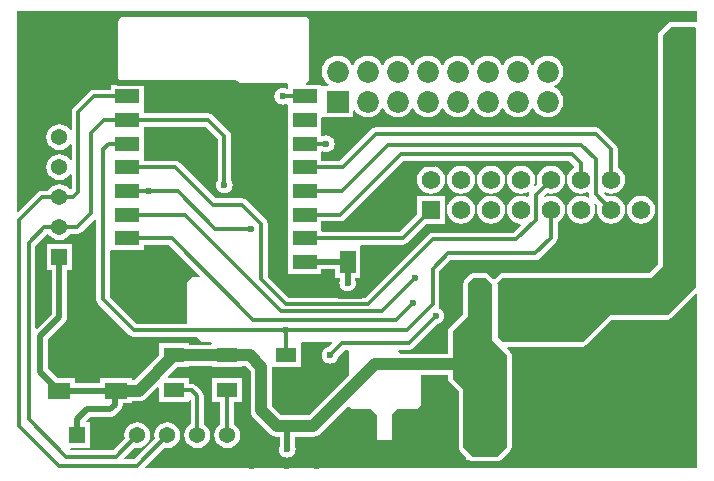
<source format=gbl>
G04*
G04 #@! TF.GenerationSoftware,Altium Limited,Altium Designer,20.1.12 (249)*
G04*
G04 Layer_Physical_Order=2*
G04 Layer_Color=16711680*
%FSLAX44Y44*%
%MOMM*%
G71*
G04*
G04 #@! TF.SameCoordinates,2C1882C9-CBDB-4859-8E7C-5A4850A28F2A*
G04*
G04*
G04 #@! TF.FilePolarity,Positive*
G04*
G01*
G75*
%ADD19R,1.3700X1.9100*%
%ADD20R,1.9100X1.3700*%
%ADD21R,1.7700X1.2300*%
%ADD51C,0.6000*%
%ADD52C,0.5000*%
%ADD53C,0.3000*%
%ADD54C,1.0000*%
%ADD55R,1.5700X1.5700*%
%ADD56C,1.5700*%
%ADD57C,1.3700*%
%ADD58R,1.3700X1.3700*%
%ADD59R,1.3700X1.3700*%
%ADD60O,2.2500X4.5000*%
%ADD61O,4.5000X2.2500*%
%ADD62O,5.0000X2.5000*%
%ADD63R,1.9500X1.9500*%
%ADD64C,1.9500*%
%ADD65C,1.8500*%
%ADD66R,1.8500X1.8500*%
%ADD67R,2.0000X1.2000*%
%ADD68R,3.2500X2.1500*%
%ADD69R,0.9500X2.1500*%
G36*
X589879Y400879D02*
Y392966D01*
X589785Y392779D01*
X588609Y391957D01*
X588000Y392078D01*
X588000Y392078D01*
X568000D01*
X568000Y392078D01*
X566439Y391768D01*
X565116Y390884D01*
X565116Y390884D01*
X558116Y383884D01*
X557232Y382561D01*
X556922Y381000D01*
X556922Y381000D01*
Y186689D01*
X554666Y184434D01*
X554590Y184320D01*
X554476Y184244D01*
X554476Y184244D01*
X549311Y179078D01*
X425000D01*
X425000Y179078D01*
X423439Y178768D01*
X422116Y177884D01*
X418898Y174666D01*
X417115Y174653D01*
X413884Y177884D01*
X412561Y178768D01*
X411000Y179078D01*
X411000Y179078D01*
X400000D01*
X399777Y179034D01*
X399550Y179053D01*
X399002Y178880D01*
X398439Y178768D01*
X398250Y178641D01*
X398033Y178573D01*
X397594Y178203D01*
X397116Y177884D01*
X396990Y177694D01*
X396815Y177548D01*
X392815Y172548D01*
X392551Y172038D01*
X392232Y171561D01*
X392188Y171337D01*
X392083Y171135D01*
X392034Y170563D01*
X391922Y170000D01*
Y144689D01*
X380116Y132884D01*
X380116Y132884D01*
X379232Y131561D01*
X378922Y130000D01*
X378922Y130000D01*
Y111078D01*
X338922D01*
X336781Y113219D01*
X337267Y114392D01*
X346000D01*
X348146Y114819D01*
X349965Y116035D01*
X370002Y136072D01*
X370827Y136180D01*
X372530Y136885D01*
X373992Y138007D01*
X375115Y139470D01*
X375820Y141173D01*
X376060Y143000D01*
X375820Y144827D01*
X375115Y146530D01*
X373992Y147992D01*
X372530Y149115D01*
X371759Y149434D01*
X371181Y150854D01*
X371608Y153000D01*
Y180677D01*
X381323Y190392D01*
X453000Y190392D01*
X455146Y190819D01*
X456965Y192035D01*
X470165Y205235D01*
X471381Y207054D01*
X471808Y209200D01*
Y222496D01*
X472176Y222649D01*
X474651Y224548D01*
X476551Y227024D01*
X477745Y229907D01*
X478152Y233000D01*
X477745Y236094D01*
X476551Y238976D01*
X474651Y241451D01*
X472176Y243351D01*
X469294Y244545D01*
X466200Y244952D01*
X463106Y244545D01*
X461340Y243813D01*
X460620Y244890D01*
X462738Y247008D01*
X463106Y246855D01*
X466200Y246448D01*
X469294Y246855D01*
X472176Y248049D01*
X474651Y249949D01*
X476551Y252424D01*
X477745Y255306D01*
X478152Y258400D01*
X477745Y261493D01*
X476551Y264376D01*
X474651Y266852D01*
X472176Y268751D01*
X469294Y269945D01*
X466200Y270352D01*
X463106Y269945D01*
X460224Y268751D01*
X457748Y266852D01*
X455849Y264376D01*
X454655Y261493D01*
X454248Y258400D01*
X454655Y255306D01*
X454808Y254938D01*
X452690Y252820D01*
X451613Y253540D01*
X452345Y255306D01*
X452752Y258400D01*
X452345Y261493D01*
X451151Y264376D01*
X449252Y266852D01*
X446776Y268751D01*
X443894Y269945D01*
X440800Y270352D01*
X437706Y269945D01*
X434824Y268751D01*
X432349Y266852D01*
X430449Y264376D01*
X429255Y261493D01*
X428848Y258400D01*
X429255Y255306D01*
X430449Y252424D01*
X432349Y249949D01*
X434824Y248049D01*
X437706Y246855D01*
X440800Y246448D01*
X443894Y246855D01*
X446776Y248049D01*
X446937Y248173D01*
X447596Y247779D01*
X447974Y247367D01*
X447580Y245387D01*
Y244207D01*
X446310Y243544D01*
X443894Y244545D01*
X440800Y244952D01*
X437706Y244545D01*
X434824Y243351D01*
X432349Y241451D01*
X430449Y238976D01*
X429255Y236094D01*
X428848Y233000D01*
X429255Y229907D01*
X430449Y227024D01*
X432349Y224548D01*
X434824Y222649D01*
X437706Y221455D01*
X440377Y221103D01*
X440940Y219870D01*
X434677Y213608D01*
X366000D01*
X363854Y213181D01*
X362035Y211965D01*
X308677Y158608D01*
X244323D01*
X226608Y176323D01*
Y221000D01*
X226181Y223146D01*
X224965Y224965D01*
X208965Y240965D01*
X207146Y242181D01*
X205000Y242608D01*
X182323D01*
X152035Y272895D01*
X150216Y274111D01*
X148070Y274538D01*
X121650D01*
Y277660D01*
X121650Y278930D01*
X121650D01*
Y278930D01*
X121650D01*
Y297660D01*
X121650Y298930D01*
X121650D01*
Y298930D01*
X121650D01*
Y303322D01*
X173747D01*
X184092Y292977D01*
Y258191D01*
X183585Y257530D01*
X182880Y255827D01*
X182640Y254000D01*
X182880Y252173D01*
X183585Y250470D01*
X184708Y249008D01*
X186170Y247885D01*
X187873Y247180D01*
X189700Y246940D01*
X191527Y247180D01*
X193230Y247885D01*
X194692Y249008D01*
X195814Y250470D01*
X196520Y252173D01*
X196760Y254000D01*
X196520Y255827D01*
X195814Y257530D01*
X195308Y258191D01*
Y295300D01*
X194881Y297446D01*
X193665Y299265D01*
X180035Y312895D01*
X178216Y314111D01*
X176070Y314538D01*
X121650D01*
Y317660D01*
X121650Y318930D01*
X121650D01*
Y318930D01*
X121650D01*
Y338677D01*
X121650Y338930D01*
X122260Y339947D01*
X243040D01*
X243650Y338930D01*
X243650Y338677D01*
Y335840D01*
X243118Y335437D01*
X242380Y335136D01*
X240897Y335750D01*
X239070Y335990D01*
X237243Y335750D01*
X235540Y335045D01*
X234078Y333922D01*
X232956Y332460D01*
X232250Y330757D01*
X232010Y328930D01*
X232250Y327103D01*
X232956Y325400D01*
X234078Y323938D01*
X235540Y322816D01*
X237243Y322110D01*
X239070Y321870D01*
X240897Y322110D01*
X242380Y322724D01*
X243118Y322423D01*
X243650Y322020D01*
X243650Y318930D01*
X243650Y317660D01*
Y300200D01*
X243650Y298930D01*
X243650Y297660D01*
Y280200D01*
X243650Y278930D01*
X243650Y277660D01*
Y260200D01*
X243650Y258930D01*
X243650D01*
Y258930D01*
X243650D01*
Y240200D01*
X243650Y238930D01*
X243650D01*
Y238930D01*
X243650D01*
Y220200D01*
X243650Y218930D01*
X243650Y217660D01*
Y200200D01*
X243650Y198930D01*
X243650Y197660D01*
Y178930D01*
X271650D01*
Y182444D01*
X283150D01*
Y175450D01*
X287444D01*
Y173464D01*
X287180Y172827D01*
X286940Y171000D01*
X287180Y169173D01*
X287885Y167470D01*
X289008Y166007D01*
X290470Y164886D01*
X292173Y164180D01*
X294000Y163940D01*
X295827Y164180D01*
X297530Y164886D01*
X298992Y166007D01*
X300114Y167470D01*
X300820Y169173D01*
X301060Y171000D01*
X300820Y172827D01*
X300556Y173464D01*
Y175450D01*
X304850D01*
Y202052D01*
X304850Y202550D01*
X305800Y203322D01*
X340530D01*
X342676Y203749D01*
X344495Y204965D01*
X360681Y221150D01*
X376450D01*
Y244850D01*
X352750D01*
Y229081D01*
X338207Y214538D01*
X272548D01*
X271650Y215436D01*
X271650Y218930D01*
X271650Y220200D01*
Y223322D01*
X287930D01*
X290076Y223749D01*
X291895Y224965D01*
X341323Y274392D01*
X481677D01*
X485992Y270077D01*
Y268904D01*
X485624Y268751D01*
X483148Y266852D01*
X481249Y264376D01*
X480055Y261493D01*
X479648Y258400D01*
X480055Y255306D01*
X481249Y252424D01*
X483148Y249949D01*
X485624Y248049D01*
X488507Y246855D01*
X491600Y246448D01*
X494693Y246855D01*
X497122Y247861D01*
X498392Y247206D01*
Y246000D01*
X498785Y244024D01*
X498398Y243603D01*
X497749Y243218D01*
X497576Y243351D01*
X494693Y244545D01*
X491600Y244952D01*
X488507Y244545D01*
X485624Y243351D01*
X483148Y241451D01*
X481249Y238976D01*
X480055Y236094D01*
X479648Y233000D01*
X480055Y229907D01*
X481249Y227024D01*
X483148Y224548D01*
X485624Y222649D01*
X488507Y221455D01*
X491600Y221048D01*
X494693Y221455D01*
X497576Y222649D01*
X500051Y224548D01*
X501951Y227024D01*
X503145Y229907D01*
X503552Y233000D01*
X503145Y236094D01*
X502413Y237860D01*
X503490Y238580D01*
X505608Y236462D01*
X505455Y236094D01*
X505048Y233000D01*
X505455Y229907D01*
X506649Y227024D01*
X508549Y224548D01*
X511024Y222649D01*
X513907Y221455D01*
X517000Y221048D01*
X520093Y221455D01*
X522976Y222649D01*
X525452Y224548D01*
X527351Y227024D01*
X528545Y229907D01*
X528952Y233000D01*
X528545Y236094D01*
X527351Y238976D01*
X525452Y241451D01*
X522976Y243351D01*
X520093Y244545D01*
X517000Y244952D01*
X513907Y244545D01*
X513538Y244392D01*
X511420Y246510D01*
X512140Y247587D01*
X513907Y246855D01*
X517000Y246448D01*
X520093Y246855D01*
X522976Y248049D01*
X525452Y249949D01*
X527351Y252424D01*
X528545Y255306D01*
X528952Y258400D01*
X528545Y261493D01*
X527351Y264376D01*
X525452Y266852D01*
X522976Y268751D01*
X522608Y268904D01*
Y284000D01*
X522181Y286146D01*
X520965Y287965D01*
X507965Y300965D01*
X506146Y302181D01*
X504000Y302608D01*
X318000D01*
X315854Y302181D01*
X314035Y300965D01*
X287607Y274538D01*
X272548D01*
X271650Y275436D01*
X271650Y278930D01*
X271650Y280200D01*
Y281844D01*
X271847Y282077D01*
X272920Y282629D01*
X274173Y282110D01*
X276000Y281870D01*
X277827Y282110D01*
X279530Y282815D01*
X280993Y283937D01*
X282115Y285400D01*
X282820Y287103D01*
X283060Y288930D01*
X282820Y290757D01*
X282115Y292460D01*
X280993Y293922D01*
X279530Y295044D01*
X277827Y295750D01*
X276000Y295990D01*
X274173Y295750D01*
X272920Y295231D01*
X271847Y295783D01*
X271650Y296016D01*
X271650Y298930D01*
X271650Y300200D01*
Y310370D01*
X272350Y311350D01*
X272920Y311350D01*
X298850D01*
Y316583D01*
X300120Y317014D01*
X301550Y315150D01*
X304318Y313026D01*
X307541Y311691D01*
X311000Y311236D01*
X314459Y311691D01*
X317682Y313026D01*
X320450Y315150D01*
X322574Y317918D01*
X323065Y319104D01*
X324335D01*
X324826Y317918D01*
X326950Y315150D01*
X329718Y313026D01*
X332941Y311691D01*
X336400Y311236D01*
X339859Y311691D01*
X343082Y313026D01*
X345850Y315150D01*
X347974Y317918D01*
X348465Y319104D01*
X349735D01*
X350226Y317918D01*
X352350Y315150D01*
X355118Y313026D01*
X358341Y311691D01*
X361800Y311236D01*
X365259Y311691D01*
X368482Y313026D01*
X371250Y315150D01*
X373374Y317918D01*
X373865Y319104D01*
X375135D01*
X375626Y317918D01*
X377750Y315150D01*
X380518Y313026D01*
X383741Y311691D01*
X387200Y311236D01*
X390659Y311691D01*
X393882Y313026D01*
X396650Y315150D01*
X398774Y317918D01*
X399265Y319104D01*
X400535D01*
X401026Y317918D01*
X403150Y315150D01*
X405918Y313026D01*
X409141Y311691D01*
X412600Y311236D01*
X416059Y311691D01*
X419282Y313026D01*
X422050Y315150D01*
X424174Y317918D01*
X424665Y319104D01*
X425935D01*
X426426Y317918D01*
X428550Y315150D01*
X431318Y313026D01*
X434541Y311691D01*
X438000Y311236D01*
X441459Y311691D01*
X444682Y313026D01*
X447450Y315150D01*
X449574Y317918D01*
X450065Y319104D01*
X451335D01*
X451826Y317918D01*
X453950Y315150D01*
X456718Y313026D01*
X459941Y311691D01*
X463400Y311236D01*
X466859Y311691D01*
X470082Y313026D01*
X472850Y315150D01*
X474974Y317918D01*
X476309Y321141D01*
X476764Y324600D01*
X476309Y328059D01*
X474974Y331282D01*
X472850Y334050D01*
X470082Y336174D01*
X468896Y336665D01*
Y337935D01*
X470082Y338426D01*
X472850Y340550D01*
X474974Y343318D01*
X476309Y346541D01*
X476764Y350000D01*
X476309Y353459D01*
X474974Y356682D01*
X472850Y359450D01*
X470082Y361574D01*
X466859Y362909D01*
X463400Y363364D01*
X459941Y362909D01*
X456718Y361574D01*
X453950Y359450D01*
X451826Y356682D01*
X451335Y355496D01*
X450065D01*
X449574Y356682D01*
X447450Y359450D01*
X444682Y361574D01*
X441459Y362909D01*
X438000Y363364D01*
X434541Y362909D01*
X431318Y361574D01*
X428550Y359450D01*
X426426Y356682D01*
X425935Y355496D01*
X424665D01*
X424174Y356682D01*
X422050Y359450D01*
X419282Y361574D01*
X416059Y362909D01*
X412600Y363364D01*
X409141Y362909D01*
X405918Y361574D01*
X403150Y359450D01*
X401026Y356682D01*
X400535Y355496D01*
X399265D01*
X398774Y356682D01*
X396650Y359450D01*
X393882Y361574D01*
X390659Y362909D01*
X387200Y363364D01*
X383741Y362909D01*
X380518Y361574D01*
X377750Y359450D01*
X375626Y356682D01*
X375135Y355496D01*
X373865D01*
X373374Y356682D01*
X371250Y359450D01*
X368482Y361574D01*
X365259Y362909D01*
X361800Y363364D01*
X358341Y362909D01*
X355118Y361574D01*
X352350Y359450D01*
X350226Y356682D01*
X349735Y355496D01*
X348465D01*
X347974Y356682D01*
X345850Y359450D01*
X343082Y361574D01*
X339859Y362909D01*
X336400Y363364D01*
X332941Y362909D01*
X329718Y361574D01*
X326950Y359450D01*
X324826Y356682D01*
X324335Y355496D01*
X323065D01*
X322574Y356682D01*
X320450Y359450D01*
X317682Y361574D01*
X314459Y362909D01*
X311000Y363364D01*
X307541Y362909D01*
X304318Y361574D01*
X301550Y359450D01*
X299426Y356682D01*
X298935Y355496D01*
X297665D01*
X297174Y356682D01*
X295050Y359450D01*
X292282Y361574D01*
X289059Y362909D01*
X285600Y363364D01*
X282141Y362909D01*
X278918Y361574D01*
X276150Y359450D01*
X274026Y356682D01*
X272691Y353459D01*
X272236Y350000D01*
X272691Y346541D01*
X274026Y343318D01*
X276150Y340550D01*
X278014Y339120D01*
X277582Y337850D01*
X272350Y337850D01*
X271650Y338830D01*
Y338930D01*
X258975D01*
X258850Y340200D01*
X259141Y340258D01*
X260464Y341142D01*
X261348Y342465D01*
X261658Y344026D01*
Y392280D01*
X261348Y393841D01*
X260464Y395164D01*
X259141Y396048D01*
X257580Y396358D01*
X103910D01*
X102349Y396048D01*
X101026Y395164D01*
X100142Y393841D01*
X99832Y392280D01*
Y344026D01*
X100142Y342465D01*
X101026Y341142D01*
X102349Y340258D01*
X102640Y340200D01*
X102515Y338930D01*
X93650D01*
Y334608D01*
X79000D01*
X76854Y334181D01*
X75035Y332965D01*
X62035Y319965D01*
X60819Y318146D01*
X60392Y316000D01*
Y300766D01*
X59122Y300335D01*
X57738Y302138D01*
X55472Y303877D01*
X52832Y304971D01*
X50000Y305344D01*
X47168Y304971D01*
X44528Y303877D01*
X42262Y302138D01*
X40522Y299872D01*
X39429Y297232D01*
X39056Y294400D01*
X39429Y291568D01*
X40522Y288928D01*
X42262Y286662D01*
X44528Y284923D01*
X47168Y283829D01*
X50000Y283456D01*
X52832Y283829D01*
X55472Y284923D01*
X57738Y286662D01*
X59122Y288465D01*
X60392Y288034D01*
Y275366D01*
X59122Y274935D01*
X57738Y276738D01*
X55472Y278477D01*
X52832Y279571D01*
X50000Y279944D01*
X47168Y279571D01*
X44528Y278477D01*
X42262Y276738D01*
X40522Y274472D01*
X39429Y271832D01*
X39056Y269000D01*
X39429Y266168D01*
X40522Y263528D01*
X42262Y261262D01*
X44528Y259522D01*
X47168Y258429D01*
X50000Y258056D01*
X52832Y258429D01*
X55472Y259522D01*
X57738Y261262D01*
X59122Y263065D01*
X60392Y262634D01*
Y251064D01*
X59825Y250528D01*
X58267Y250649D01*
X57738Y251338D01*
X55472Y253077D01*
X52832Y254171D01*
X50000Y254544D01*
X47168Y254171D01*
X44528Y253077D01*
X42262Y251338D01*
X40627Y249208D01*
X35600D01*
X33454Y248781D01*
X31635Y247565D01*
X15294Y231225D01*
X14121Y231711D01*
X14121Y400879D01*
X589879Y400879D01*
D02*
G37*
G36*
X81392Y224666D02*
Y157000D01*
X81819Y154854D01*
X83035Y153035D01*
X109035Y127035D01*
X110854Y125819D01*
X113000Y125392D01*
X166608D01*
X171000Y121000D01*
X178452D01*
X179011Y119752D01*
X178586Y118738D01*
X159850D01*
Y119810D01*
X134150D01*
Y109648D01*
X113370Y88868D01*
X111550D01*
Y90640D01*
X84450D01*
Y86346D01*
X63550D01*
Y90640D01*
X48422D01*
X40556Y98506D01*
Y123284D01*
X54636Y137364D01*
X55678Y138722D01*
X56333Y140303D01*
X56556Y142000D01*
Y181950D01*
X60850D01*
Y203650D01*
X39150D01*
Y181950D01*
X43444D01*
Y144716D01*
X30781Y132053D01*
X29608Y132539D01*
Y202677D01*
X39436Y212505D01*
X40735Y212452D01*
X42262Y210462D01*
X44528Y208722D01*
X47168Y207629D01*
X50000Y207256D01*
X52832Y207629D01*
X55472Y208722D01*
X57738Y210462D01*
X59373Y212592D01*
X65200D01*
X67346Y213019D01*
X69165Y214235D01*
X80122Y225192D01*
X81392Y224666D01*
D02*
G37*
G36*
X589879Y161452D02*
Y14121D01*
X123111D01*
X122625Y15294D01*
X138737Y31407D01*
X141400Y31056D01*
X144232Y31429D01*
X146872Y32522D01*
X149138Y34262D01*
X150877Y36528D01*
X151971Y39168D01*
X152344Y42000D01*
X151971Y44832D01*
X150877Y47472D01*
X149138Y49738D01*
X146872Y51477D01*
X144232Y52571D01*
X141400Y52944D01*
X138568Y52571D01*
X135928Y51477D01*
X133662Y49738D01*
X131923Y47472D01*
X130829Y44832D01*
X130456Y42000D01*
X130807Y39337D01*
X113077Y21608D01*
X105198D01*
X104712Y22781D01*
X113337Y31407D01*
X116000Y31056D01*
X118832Y31429D01*
X121472Y32522D01*
X123738Y34262D01*
X125477Y36528D01*
X126571Y39168D01*
X126944Y42000D01*
X126571Y44832D01*
X125477Y47472D01*
X123738Y49738D01*
X121472Y51477D01*
X118832Y52571D01*
X116000Y52944D01*
X113168Y52571D01*
X110528Y51477D01*
X108262Y49738D01*
X106523Y47472D01*
X105429Y44832D01*
X105056Y42000D01*
X105407Y39337D01*
X95677Y29608D01*
X59176D01*
X58994Y29880D01*
X59673Y31150D01*
X76050D01*
Y52850D01*
X72918D01*
X72392Y54120D01*
X75716Y57444D01*
X93000D01*
X94697Y57667D01*
X96278Y58322D01*
X97636Y59364D01*
X101636Y63364D01*
X102678Y64722D01*
X103333Y66303D01*
X103556Y68000D01*
Y68940D01*
X111550D01*
Y70712D01*
X117130D01*
X119480Y71022D01*
X121669Y71929D01*
X123549Y73371D01*
X132977Y82799D01*
X134150Y82313D01*
Y70190D01*
X159850D01*
Y71111D01*
X161120Y71790D01*
X161192Y71741D01*
Y51373D01*
X159062Y49738D01*
X157323Y47472D01*
X156229Y44832D01*
X155856Y42000D01*
X156229Y39168D01*
X157323Y36528D01*
X159062Y34262D01*
X161328Y32522D01*
X163968Y31429D01*
X166800Y31056D01*
X169632Y31429D01*
X172272Y32522D01*
X174538Y34262D01*
X176277Y36528D01*
X177371Y39168D01*
X177744Y42000D01*
X177371Y44832D01*
X176277Y47472D01*
X174538Y49738D01*
X172408Y51373D01*
Y75200D01*
X171981Y77346D01*
X170765Y79165D01*
X165965Y83965D01*
X164146Y85181D01*
X162000Y85608D01*
X159850D01*
Y90490D01*
X142327D01*
X141841Y91663D01*
X149688Y99510D01*
X159850D01*
Y100582D01*
X179150D01*
Y99510D01*
X204850D01*
Y100582D01*
X207580D01*
X211922Y96240D01*
Y63000D01*
X212232Y60651D01*
X213139Y58461D01*
X214581Y56581D01*
X227581Y43581D01*
X229461Y42139D01*
X231651Y41232D01*
X234000Y40922D01*
X236444D01*
Y32494D01*
X236180Y31857D01*
X235940Y30030D01*
X236180Y28203D01*
X236886Y26500D01*
X238008Y25038D01*
X239470Y23916D01*
X241173Y23210D01*
X243000Y22970D01*
X244827Y23210D01*
X246530Y23916D01*
X247992Y25038D01*
X249114Y26500D01*
X249820Y28203D01*
X250060Y30030D01*
X249820Y31857D01*
X249556Y32494D01*
Y40922D01*
X265000D01*
X267349Y41232D01*
X269539Y42139D01*
X271419Y43581D01*
X294054Y66217D01*
X295817Y66183D01*
X298000Y64000D01*
X314000D01*
X319000Y59000D01*
Y39000D01*
X320000Y38000D01*
X331000D01*
X332000Y39000D01*
Y60000D01*
X336000Y64000D01*
X353000D01*
X356000Y67000D01*
Y92922D01*
X378922D01*
Y90000D01*
X378922Y90000D01*
X379232Y88439D01*
X380116Y87116D01*
X380116Y87116D01*
X387922Y79311D01*
Y32000D01*
X388232Y30439D01*
X389116Y29116D01*
X389116Y29116D01*
X394360Y23872D01*
Y21450D01*
X396782D01*
X397116Y21116D01*
X397116Y21116D01*
X398439Y20232D01*
X400000Y19922D01*
X400000Y19922D01*
X421000D01*
X422561Y20232D01*
X423884Y21116D01*
X431884Y29116D01*
X432768Y30439D01*
X433078Y32000D01*
X433078Y32000D01*
Y110000D01*
X433078Y110000D01*
X432768Y111561D01*
X431884Y112884D01*
X429019Y115748D01*
X429505Y116922D01*
X493000D01*
X493000Y116922D01*
X494561Y117232D01*
X495884Y118116D01*
X517689Y139922D01*
X565000D01*
X565000Y139922D01*
X566561Y140232D01*
X567884Y141116D01*
X588706Y161938D01*
X589879Y161452D01*
D02*
G37*
G36*
X168896Y177173D02*
X168410Y176000D01*
X162000D01*
X158000Y172000D01*
Y136608D01*
X115323D01*
X92608Y159323D01*
Y198380D01*
X93650Y198930D01*
X121650D01*
Y203322D01*
X142747Y203322D01*
X168896Y177173D01*
D02*
G37*
G36*
X588927Y387073D02*
Y167927D01*
X565000Y144000D01*
X516000D01*
X493000Y121000D01*
X425210D01*
X421098Y125112D01*
Y170000D01*
X420916Y170916D01*
X425000Y175000D01*
X551000D01*
X557360Y181360D01*
X557550D01*
Y181550D01*
X561000Y185000D01*
Y381000D01*
X568000Y388000D01*
X588000D01*
X588927Y387073D01*
D02*
G37*
G36*
X281236Y119827D02*
X277998Y116588D01*
X277173Y116480D01*
X275470Y115774D01*
X274008Y114652D01*
X272885Y113190D01*
X272180Y111487D01*
X271940Y109660D01*
X272180Y107833D01*
X272885Y106130D01*
X274008Y104668D01*
X275470Y103546D01*
X277173Y102840D01*
X279000Y102600D01*
X280827Y102840D01*
X282530Y103546D01*
X283992Y104668D01*
X285114Y106130D01*
X285820Y107833D01*
X285928Y108658D01*
X291663Y114392D01*
X293608D01*
X295000Y113000D01*
Y92838D01*
X261240Y59078D01*
X237760D01*
X230078Y66760D01*
Y99510D01*
X254850D01*
Y119810D01*
X254850D01*
X255043Y121000D01*
X280750D01*
X281236Y119827D01*
D02*
G37*
G36*
X416000Y170000D02*
Y123000D01*
X429000Y110000D01*
Y32000D01*
X421000Y24000D01*
X400000D01*
X392000Y32000D01*
Y81000D01*
X383000Y90000D01*
Y130000D01*
X396000Y143000D01*
Y170000D01*
X400000Y175000D01*
X411000D01*
X416000Y170000D01*
D02*
G37*
%LPC*%
G36*
X415400Y270352D02*
X412307Y269945D01*
X409424Y268751D01*
X406949Y266852D01*
X405049Y264376D01*
X403855Y261493D01*
X403448Y258400D01*
X403855Y255306D01*
X405049Y252424D01*
X406949Y249949D01*
X409424Y248049D01*
X412307Y246855D01*
X415400Y246448D01*
X418493Y246855D01*
X421376Y248049D01*
X423852Y249949D01*
X425751Y252424D01*
X426945Y255306D01*
X427352Y258400D01*
X426945Y261493D01*
X425751Y264376D01*
X423852Y266852D01*
X421376Y268751D01*
X418493Y269945D01*
X415400Y270352D01*
D02*
G37*
G36*
X390000D02*
X386907Y269945D01*
X384024Y268751D01*
X381549Y266852D01*
X379649Y264376D01*
X378455Y261493D01*
X378048Y258400D01*
X378455Y255306D01*
X379649Y252424D01*
X381549Y249949D01*
X384024Y248049D01*
X386907Y246855D01*
X390000Y246448D01*
X393093Y246855D01*
X395976Y248049D01*
X398451Y249949D01*
X400351Y252424D01*
X401545Y255306D01*
X401952Y258400D01*
X401545Y261493D01*
X400351Y264376D01*
X398451Y266852D01*
X395976Y268751D01*
X393093Y269945D01*
X390000Y270352D01*
D02*
G37*
G36*
X364600D02*
X361507Y269945D01*
X358624Y268751D01*
X356148Y266852D01*
X354249Y264376D01*
X353055Y261493D01*
X352648Y258400D01*
X353055Y255306D01*
X354249Y252424D01*
X356148Y249949D01*
X358624Y248049D01*
X361507Y246855D01*
X364600Y246448D01*
X367693Y246855D01*
X370576Y248049D01*
X373051Y249949D01*
X374951Y252424D01*
X376145Y255306D01*
X376552Y258400D01*
X376145Y261493D01*
X374951Y264376D01*
X373051Y266852D01*
X370576Y268751D01*
X367693Y269945D01*
X364600Y270352D01*
D02*
G37*
G36*
X542400Y244952D02*
X539306Y244545D01*
X536424Y243351D01*
X533949Y241451D01*
X532049Y238976D01*
X530855Y236094D01*
X530448Y233000D01*
X530855Y229907D01*
X532049Y227024D01*
X533949Y224548D01*
X536424Y222649D01*
X539306Y221455D01*
X542400Y221048D01*
X545494Y221455D01*
X548376Y222649D01*
X550852Y224548D01*
X552751Y227024D01*
X553945Y229907D01*
X554352Y233000D01*
X553945Y236094D01*
X552751Y238976D01*
X550852Y241451D01*
X548376Y243351D01*
X545494Y244545D01*
X542400Y244952D01*
D02*
G37*
G36*
X415400D02*
X412307Y244545D01*
X409424Y243351D01*
X406949Y241451D01*
X405049Y238976D01*
X403855Y236094D01*
X403448Y233000D01*
X403855Y229907D01*
X405049Y227024D01*
X406949Y224548D01*
X409424Y222649D01*
X412307Y221455D01*
X415400Y221048D01*
X418493Y221455D01*
X421376Y222649D01*
X423852Y224548D01*
X425751Y227024D01*
X426945Y229907D01*
X427352Y233000D01*
X426945Y236094D01*
X425751Y238976D01*
X423852Y241451D01*
X421376Y243351D01*
X418493Y244545D01*
X415400Y244952D01*
D02*
G37*
G36*
X390000D02*
X386907Y244545D01*
X384024Y243351D01*
X381549Y241451D01*
X379649Y238976D01*
X378455Y236094D01*
X378048Y233000D01*
X378455Y229907D01*
X379649Y227024D01*
X381549Y224548D01*
X384024Y222649D01*
X386907Y221455D01*
X390000Y221048D01*
X393093Y221455D01*
X395976Y222649D01*
X398451Y224548D01*
X400351Y227024D01*
X401545Y229907D01*
X401952Y233000D01*
X401545Y236094D01*
X400351Y238976D01*
X398451Y241451D01*
X395976Y243351D01*
X393093Y244545D01*
X390000Y244952D01*
D02*
G37*
G36*
X204850Y90490D02*
X179150D01*
Y70190D01*
X186392D01*
Y51220D01*
X184462Y49738D01*
X182722Y47472D01*
X181629Y44832D01*
X181256Y42000D01*
X181629Y39168D01*
X182722Y36528D01*
X184462Y34262D01*
X186728Y32522D01*
X189368Y31429D01*
X192200Y31056D01*
X195032Y31429D01*
X197672Y32522D01*
X199938Y34262D01*
X201677Y36528D01*
X202771Y39168D01*
X203144Y42000D01*
X202771Y44832D01*
X201677Y47472D01*
X199938Y49738D01*
X197672Y51477D01*
X197608Y51504D01*
Y70190D01*
X204850D01*
Y90490D01*
D02*
G37*
%LPD*%
D19*
X405210Y35000D02*
D03*
X376790D02*
D03*
X405210Y68000D02*
D03*
X376790D02*
D03*
X294000Y189000D02*
D03*
X322420D02*
D03*
D20*
X543000Y164790D02*
D03*
Y193210D02*
D03*
X513000Y164790D02*
D03*
Y193210D02*
D03*
X50000Y108210D02*
D03*
Y79790D02*
D03*
X98000Y108210D02*
D03*
Y79790D02*
D03*
D21*
X242000Y80340D02*
D03*
Y109660D02*
D03*
X147000Y109660D02*
D03*
Y80340D02*
D03*
X192000Y109660D02*
D03*
Y80340D02*
D03*
D51*
X242000Y131000D02*
D03*
X405000D02*
D03*
X239070Y328930D02*
D03*
X126230Y248930D02*
D03*
X351000Y175000D02*
D03*
X212000Y217000D02*
D03*
X276000Y288930D02*
D03*
X122650Y188930D02*
D03*
X189700Y254000D02*
D03*
X107650Y176420D02*
D03*
X349303Y154303D02*
D03*
X366000Y272000D02*
D03*
X294000Y171000D02*
D03*
X148000Y65000D02*
D03*
X334000Y189000D02*
D03*
X375000Y114000D02*
D03*
X528000Y199000D02*
D03*
Y187000D02*
D03*
X477000Y107000D02*
D03*
X507000Y52000D02*
D03*
X477000D02*
D03*
X296000Y306000D02*
D03*
X362000D02*
D03*
X585000Y101000D02*
D03*
X552000Y286000D02*
D03*
Y313000D02*
D03*
Y339000D02*
D03*
X528000Y286000D02*
D03*
Y313000D02*
D03*
Y339000D02*
D03*
X340000Y245000D02*
D03*
Y266000D02*
D03*
X585000Y128000D02*
D03*
X130000Y65000D02*
D03*
X110000Y60000D02*
D03*
X108000Y155000D02*
D03*
X76000Y98000D02*
D03*
X38000Y155000D02*
D03*
X76210Y119790D02*
D03*
Y154790D02*
D03*
X20000Y255000D02*
D03*
Y290000D02*
D03*
Y325000D02*
D03*
X80000Y360000D02*
D03*
X50000D02*
D03*
X20000D02*
D03*
X80000Y395000D02*
D03*
X50000D02*
D03*
X20000D02*
D03*
X280000Y86000D02*
D03*
X346000Y59000D02*
D03*
X305000D02*
D03*
X363000Y89000D02*
D03*
Y114000D02*
D03*
X288000Y101000D02*
D03*
X213000Y16000D02*
D03*
X243000D02*
D03*
X268000D02*
D03*
X297000Y32000D02*
D03*
X285000D02*
D03*
X383000Y53000D02*
D03*
X372000D02*
D03*
X360000Y32000D02*
D03*
X350000Y35000D02*
D03*
X556000Y128000D02*
D03*
X279000Y109660D02*
D03*
X369000Y143000D02*
D03*
X243000Y30030D02*
D03*
X422000Y51000D02*
D03*
X398000D02*
D03*
X422000Y85000D02*
D03*
X398000D02*
D03*
X394000Y122000D02*
D03*
Y131000D02*
D03*
X405000Y122000D02*
D03*
Y140000D02*
D03*
X242070Y65000D02*
D03*
X276000Y171000D02*
D03*
X76280Y189790D02*
D03*
D52*
X400000Y102000D02*
X405000Y107000D01*
X398000Y100000D02*
X400000Y102000D01*
X398000Y85000D02*
Y100000D01*
X405000Y107000D02*
Y122000D01*
X394000D02*
X405000D01*
X398000Y85000D02*
X422000D01*
X257580Y189000D02*
X294000D01*
X276000Y171000D02*
X287000Y160000D01*
X305000D02*
X326860Y181860D01*
X287000Y160000D02*
X305000D01*
X80000Y360000D02*
X80000D01*
X100000Y340000D02*
X199000D01*
X80000Y360000D02*
X100000Y340000D01*
X199000D02*
X239000Y300000D01*
X261865Y171000D02*
X276000D01*
X260865Y170000D02*
X261865Y171000D01*
X247000Y170000D02*
X260865D01*
X239000Y178000D02*
X247000Y170000D01*
X239000Y178000D02*
Y300000D01*
X242000Y65000D02*
Y80340D01*
X346271Y272000D02*
X366000D01*
X340271Y266000D02*
X346271Y272000D01*
X340000Y266000D02*
X340271D01*
X294000Y171000D02*
Y189000D01*
X243000Y30030D02*
Y49000D01*
X97000Y78790D02*
X98000Y79790D01*
X97000Y68000D02*
Y78790D01*
X73000Y64000D02*
X93000D01*
X97000Y68000D01*
X65200Y56200D02*
X73000Y64000D01*
X65200Y42000D02*
Y56200D01*
X50000Y79790D02*
X98000D01*
X34000Y95790D02*
X50000Y79790D01*
X34000Y95790D02*
Y126000D01*
X50000Y142000D01*
Y192800D01*
D53*
X145070Y208930D02*
X145070D01*
X150070Y248930D02*
X182000Y217000D01*
X189700Y254000D02*
Y295300D01*
X257650Y288930D02*
X276000D01*
X122650Y188930D02*
X124000D01*
X335000Y140000D02*
X349303Y154303D01*
X156070Y228930D02*
X238000Y147000D01*
X323000D02*
X351000Y175000D01*
X182000Y217000D02*
X212000D01*
X107650Y308930D02*
X176070D01*
X107580Y176420D02*
Y189000D01*
X107650Y208930D02*
X145070Y208930D01*
X238000Y147000D02*
X323000D01*
X107650Y248930D02*
X126230D01*
X150070D01*
X176070Y308930D02*
X189700Y295300D01*
X239070Y328930D02*
X257650D01*
X107650Y188930D02*
X122650D01*
X145070Y208930D02*
X214000Y140000D01*
X335000D01*
X107650Y228930D02*
X156070D01*
X221000Y174000D02*
X242000Y153000D01*
X311000D02*
X366000Y208000D01*
X242000Y153000D02*
X311000D01*
X180000Y237000D02*
X205000D01*
X221000Y174000D02*
Y221000D01*
X205000Y237000D02*
X221000Y221000D01*
X326860Y181860D02*
X334000Y189000D01*
X484000Y280000D02*
X491600Y272400D01*
X287930Y228930D02*
X339000Y280000D01*
X484000D01*
X95300Y108210D02*
X98000D01*
X85090Y98000D02*
X95300Y108210D01*
X76000Y98000D02*
X85090D01*
X50000Y108210D02*
X52700D01*
X64280Y119790D01*
X76210D01*
X382000Y141000D02*
Y160000D01*
X363000Y122000D02*
X382000Y141000D01*
X363000Y114000D02*
Y122000D01*
X366000Y153000D02*
Y183000D01*
X379000Y196000D02*
X453000Y196000D01*
X366000Y183000D02*
X379000Y196000D01*
X257650Y248930D02*
X288930D01*
X328000Y288000D02*
X492000D01*
X288930Y248930D02*
X328000Y288000D01*
X257650Y228930D02*
X287930D01*
X346000Y120000D02*
X369000Y143000D01*
X289340Y120000D02*
X346000D01*
X279000Y109660D02*
X289340Y120000D01*
X208000Y131000D02*
X242000D01*
X344000D01*
X366000Y153000D01*
X147000Y80340D02*
X147340Y80000D01*
X162000D01*
X166800Y75200D01*
Y42000D02*
Y75200D01*
X192000Y42200D02*
X192200Y42000D01*
X192000Y42200D02*
Y80340D01*
X242000Y109660D02*
Y131000D01*
X113000Y131000D02*
X208000D01*
X208000Y131000D01*
X16000Y50000D02*
X50000Y16000D01*
X16000Y224000D02*
X35600Y243600D01*
X16000Y50000D02*
Y224000D01*
X24000Y56000D02*
Y205000D01*
Y56000D02*
X56000Y24000D01*
X24000Y205000D02*
X37200Y218200D01*
X50000D01*
X65200D01*
X115400Y16000D02*
X141400Y42000D01*
X50000Y16000D02*
X115400D01*
X98000Y24000D02*
X116000Y42000D01*
X56000Y24000D02*
X98000D01*
X466200Y209200D02*
Y233000D01*
X453000Y196000D02*
X466200Y209200D01*
X366000Y208000D02*
X437000D01*
X453187Y245387D02*
X466200Y258400D01*
X453187Y224188D02*
Y245387D01*
X437000Y208000D02*
X453187Y224188D01*
X91930Y288930D02*
X107650D01*
X87000Y284000D02*
X91930Y288930D01*
X87000Y157000D02*
Y284000D01*
X491600Y258400D02*
Y272400D01*
X504000Y246000D02*
Y276000D01*
X492000Y288000D02*
X504000Y276000D01*
Y297000D02*
X517000Y284000D01*
X318000Y297000D02*
X504000D01*
X517000Y258400D02*
Y284000D01*
X289930Y268930D02*
X318000Y297000D01*
X504000Y246000D02*
X517000Y233000D01*
X340530Y208930D02*
X364600Y233000D01*
X257650Y208930D02*
X340530D01*
X148070Y268930D02*
X180000Y237000D01*
X87000Y157000D02*
X113000Y131000D01*
X107650Y268930D02*
X148070D01*
X257650D02*
X289930D01*
X35600Y243600D02*
X50000D01*
X65200Y218200D02*
X77000Y230000D01*
Y298000D02*
X87930Y308930D01*
X77000Y230000D02*
Y298000D01*
X66000Y248000D02*
Y316000D01*
X79000Y329000D01*
X61600Y243600D02*
X66000Y248000D01*
X50000Y243600D02*
X61600D01*
X87930Y308930D02*
X107650D01*
X107580Y329000D02*
X107650Y328930D01*
X79000Y329000D02*
X107580D01*
D54*
X394000Y131000D02*
X405000D01*
X317000Y102000D02*
X400000D01*
X192000Y109660D02*
X211340D01*
X147000D02*
X192000D01*
X117130Y79790D02*
X147000Y109660D01*
X211340D02*
X221000Y100000D01*
Y63000D02*
Y100000D01*
Y63000D02*
X234000Y50000D01*
X265000D01*
X317000Y102000D01*
X98000Y79790D02*
X117130D01*
D55*
X364600Y233000D02*
D03*
D56*
Y258400D02*
D03*
X390000Y233000D02*
D03*
Y258400D02*
D03*
X415400Y233000D02*
D03*
Y258400D02*
D03*
X440800Y233000D02*
D03*
Y258400D02*
D03*
X466200Y233000D02*
D03*
Y258400D02*
D03*
X491600Y233000D02*
D03*
Y258400D02*
D03*
X517000Y233000D02*
D03*
Y258400D02*
D03*
X542400Y233000D02*
D03*
Y258400D02*
D03*
D57*
X50000Y319800D02*
D03*
Y294400D02*
D03*
Y269000D02*
D03*
Y243600D02*
D03*
Y218200D02*
D03*
X192200Y42000D02*
D03*
X166800D02*
D03*
X141400D02*
D03*
X116000D02*
D03*
X90600D02*
D03*
D58*
X50000Y192800D02*
D03*
D59*
X65200Y42000D02*
D03*
D60*
X523000Y108000D02*
D03*
D61*
X476000Y78000D02*
D03*
D62*
Y138000D02*
D03*
D63*
X578000Y368000D02*
D03*
D64*
X528000D02*
D03*
D65*
X463400Y350000D02*
D03*
Y324600D02*
D03*
X438000Y350000D02*
D03*
Y324600D02*
D03*
X412600Y350000D02*
D03*
Y324600D02*
D03*
X387200Y350000D02*
D03*
Y324600D02*
D03*
X361800Y350000D02*
D03*
Y324600D02*
D03*
X336400Y350000D02*
D03*
Y324600D02*
D03*
X311000Y350000D02*
D03*
Y324600D02*
D03*
X285600Y350000D02*
D03*
D66*
Y324600D02*
D03*
D67*
X107650Y328930D02*
D03*
Y308930D02*
D03*
Y288930D02*
D03*
Y268930D02*
D03*
Y248930D02*
D03*
Y228930D02*
D03*
Y208930D02*
D03*
Y188930D02*
D03*
X257650D02*
D03*
Y208930D02*
D03*
Y228930D02*
D03*
Y248930D02*
D03*
Y268930D02*
D03*
Y288930D02*
D03*
Y308930D02*
D03*
Y328930D02*
D03*
D68*
X405000Y102000D02*
D03*
D69*
X428000Y160000D02*
D03*
X405000D02*
D03*
X382000D02*
D03*
M02*

</source>
